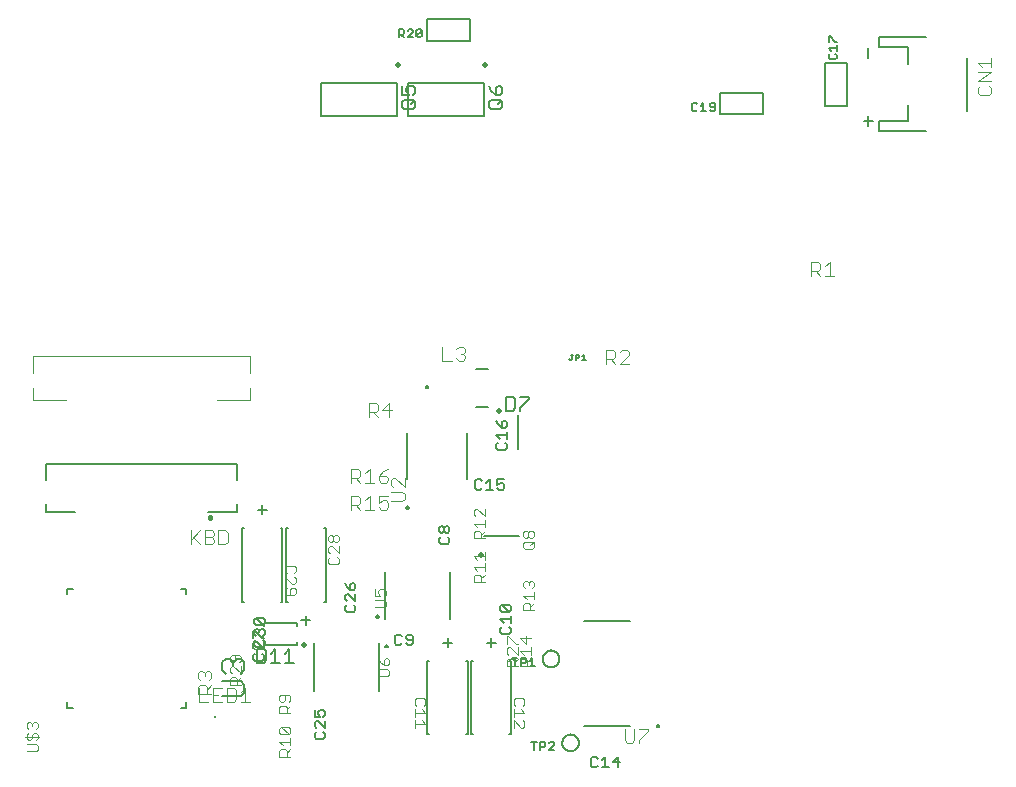
<source format=gbr>
G04 EAGLE Gerber RS-274X export*
G75*
%MOMM*%
%FSLAX34Y34*%
%LPD*%
%INSilkscreen Top*%
%IPPOS*%
%AMOC8*
5,1,8,0,0,1.08239X$1,22.5*%
G01*
%ADD10C,0.101600*%
%ADD11C,0.127000*%
%ADD12C,0.300000*%
%ADD13C,0.000000*%
%ADD14C,0.152400*%
%ADD15C,0.203200*%
%ADD16R,0.200000X0.200000*%
%ADD17C,0.200000*%
%ADD18C,0.076200*%
%ADD19C,0.500000*%
%ADD20C,0.177800*%


D10*
X725678Y415798D02*
X725678Y427492D01*
X731525Y427492D01*
X733474Y425543D01*
X733474Y421645D01*
X731525Y419696D01*
X725678Y419696D01*
X729576Y419696D02*
X733474Y415798D01*
X737372Y423594D02*
X741270Y427492D01*
X741270Y415798D01*
X737372Y415798D02*
X745168Y415798D01*
X551942Y352816D02*
X551942Y341122D01*
X551942Y352816D02*
X557789Y352816D01*
X559738Y350867D01*
X559738Y346969D01*
X557789Y345020D01*
X551942Y345020D01*
X555840Y345020D02*
X559738Y341122D01*
X563636Y341122D02*
X571432Y341122D01*
X563636Y341122D02*
X571432Y348918D01*
X571432Y350867D01*
X569483Y352816D01*
X565585Y352816D01*
X563636Y350867D01*
D11*
X239750Y215860D02*
X214750Y215860D01*
X239750Y215860D02*
X239750Y222860D01*
X102750Y215860D02*
X77750Y215860D01*
X77750Y222860D01*
X77750Y242360D02*
X77750Y256360D01*
X239750Y256360D01*
X239750Y242360D01*
D12*
X216543Y210360D02*
X216545Y210413D01*
X216551Y210465D01*
X216561Y210517D01*
X216574Y210568D01*
X216592Y210618D01*
X216613Y210667D01*
X216638Y210714D01*
X216666Y210758D01*
X216697Y210801D01*
X216732Y210841D01*
X216769Y210878D01*
X216809Y210913D01*
X216852Y210944D01*
X216897Y210972D01*
X216943Y210997D01*
X216992Y211018D01*
X217042Y211036D01*
X217093Y211049D01*
X217145Y211059D01*
X217197Y211065D01*
X217250Y211067D01*
X217303Y211065D01*
X217355Y211059D01*
X217407Y211049D01*
X217458Y211036D01*
X217508Y211018D01*
X217557Y210997D01*
X217604Y210972D01*
X217648Y210944D01*
X217691Y210913D01*
X217731Y210878D01*
X217768Y210841D01*
X217803Y210801D01*
X217834Y210758D01*
X217862Y210713D01*
X217887Y210667D01*
X217908Y210618D01*
X217926Y210568D01*
X217939Y210517D01*
X217949Y210465D01*
X217955Y210413D01*
X217957Y210360D01*
X217955Y210307D01*
X217949Y210255D01*
X217939Y210203D01*
X217926Y210152D01*
X217908Y210102D01*
X217887Y210053D01*
X217862Y210006D01*
X217834Y209962D01*
X217803Y209919D01*
X217768Y209879D01*
X217731Y209842D01*
X217691Y209807D01*
X217648Y209776D01*
X217603Y209748D01*
X217557Y209723D01*
X217508Y209702D01*
X217458Y209684D01*
X217407Y209671D01*
X217355Y209661D01*
X217303Y209655D01*
X217250Y209653D01*
X217197Y209655D01*
X217145Y209661D01*
X217093Y209671D01*
X217042Y209684D01*
X216992Y209702D01*
X216943Y209723D01*
X216896Y209748D01*
X216852Y209776D01*
X216809Y209807D01*
X216769Y209842D01*
X216732Y209879D01*
X216697Y209919D01*
X216666Y209962D01*
X216638Y210007D01*
X216613Y210053D01*
X216592Y210102D01*
X216574Y210152D01*
X216561Y210203D01*
X216551Y210255D01*
X216545Y210307D01*
X216543Y210360D01*
D10*
X200447Y200140D02*
X200447Y188424D01*
X200447Y192329D02*
X208258Y200140D01*
X202400Y194282D02*
X208258Y188424D01*
X212162Y188424D02*
X212162Y200140D01*
X218020Y200140D01*
X219972Y198187D01*
X219972Y196235D01*
X218020Y194282D01*
X219972Y192329D01*
X219972Y190376D01*
X218020Y188424D01*
X212162Y188424D01*
X212162Y194282D02*
X218020Y194282D01*
X223876Y200140D02*
X223876Y188424D01*
X229734Y188424D01*
X231687Y190376D01*
X231687Y198187D01*
X229734Y200140D01*
X223876Y200140D01*
D13*
X222440Y310750D02*
X250190Y310750D01*
X250190Y320750D01*
X250190Y333750D02*
X250190Y347750D01*
X66690Y347750D01*
X66690Y333750D01*
X66690Y320750D02*
X66690Y310750D01*
X94440Y310750D01*
D14*
X95504Y54610D02*
X95504Y49784D01*
X95504Y150876D02*
X100330Y150876D01*
X196596Y150876D02*
X196596Y146050D01*
X196596Y54610D02*
X196596Y49784D01*
X196596Y150876D02*
X191770Y150876D01*
X95504Y150876D02*
X95504Y146050D01*
X95504Y49784D02*
X100330Y49784D01*
X191770Y49784D02*
X196596Y49784D01*
D15*
X227070Y59685D02*
X242749Y59685D01*
X245885Y62821D01*
X245885Y69092D01*
X242749Y72228D01*
X227070Y72228D01*
X230206Y78865D02*
X227070Y82001D01*
X227070Y88273D01*
X230206Y91408D01*
X233342Y91408D01*
X236478Y88273D01*
X236478Y85137D01*
X236478Y88273D02*
X239613Y91408D01*
X242749Y91408D01*
X245885Y88273D01*
X245885Y82001D01*
X242749Y78865D01*
D16*
X220710Y41910D03*
D10*
X207518Y55118D02*
X207518Y66812D01*
X207518Y55118D02*
X215314Y55118D01*
X219212Y66812D02*
X227008Y66812D01*
X219212Y66812D02*
X219212Y55118D01*
X227008Y55118D01*
X223110Y60965D02*
X219212Y60965D01*
X230906Y66812D02*
X230906Y55118D01*
X236753Y55118D01*
X238702Y57067D01*
X238702Y64863D01*
X236753Y66812D01*
X230906Y66812D01*
X242600Y62914D02*
X246498Y66812D01*
X246498Y55118D01*
X242600Y55118D02*
X250396Y55118D01*
X217932Y61468D02*
X206238Y61468D01*
X206238Y67315D01*
X208187Y69264D01*
X212085Y69264D01*
X214034Y67315D01*
X214034Y61468D01*
X214034Y65366D02*
X217932Y69264D01*
X208187Y73162D02*
X206238Y75111D01*
X206238Y79009D01*
X208187Y80958D01*
X210136Y80958D01*
X212085Y79009D01*
X212085Y77060D01*
X212085Y79009D02*
X214034Y80958D01*
X215983Y80958D01*
X217932Y79009D01*
X217932Y75111D01*
X215983Y73162D01*
D17*
X382890Y219340D02*
X382892Y219403D01*
X382898Y219465D01*
X382908Y219527D01*
X382921Y219589D01*
X382939Y219649D01*
X382960Y219708D01*
X382985Y219766D01*
X383014Y219822D01*
X383046Y219876D01*
X383081Y219928D01*
X383119Y219977D01*
X383161Y220025D01*
X383205Y220069D01*
X383253Y220111D01*
X383302Y220149D01*
X383354Y220184D01*
X383408Y220216D01*
X383464Y220245D01*
X383522Y220270D01*
X383581Y220291D01*
X383641Y220309D01*
X383703Y220322D01*
X383765Y220332D01*
X383827Y220338D01*
X383890Y220340D01*
X383953Y220338D01*
X384015Y220332D01*
X384077Y220322D01*
X384139Y220309D01*
X384199Y220291D01*
X384258Y220270D01*
X384316Y220245D01*
X384372Y220216D01*
X384426Y220184D01*
X384478Y220149D01*
X384527Y220111D01*
X384575Y220069D01*
X384619Y220025D01*
X384661Y219977D01*
X384699Y219928D01*
X384734Y219876D01*
X384766Y219822D01*
X384795Y219766D01*
X384820Y219708D01*
X384841Y219649D01*
X384859Y219589D01*
X384872Y219527D01*
X384882Y219465D01*
X384888Y219403D01*
X384890Y219340D01*
X384888Y219277D01*
X384882Y219215D01*
X384872Y219153D01*
X384859Y219091D01*
X384841Y219031D01*
X384820Y218972D01*
X384795Y218914D01*
X384766Y218858D01*
X384734Y218804D01*
X384699Y218752D01*
X384661Y218703D01*
X384619Y218655D01*
X384575Y218611D01*
X384527Y218569D01*
X384478Y218531D01*
X384426Y218496D01*
X384372Y218464D01*
X384316Y218435D01*
X384258Y218410D01*
X384199Y218389D01*
X384139Y218371D01*
X384077Y218358D01*
X384015Y218348D01*
X383953Y218342D01*
X383890Y218340D01*
X383827Y218342D01*
X383765Y218348D01*
X383703Y218358D01*
X383641Y218371D01*
X383581Y218389D01*
X383522Y218410D01*
X383464Y218435D01*
X383408Y218464D01*
X383354Y218496D01*
X383302Y218531D01*
X383253Y218569D01*
X383205Y218611D01*
X383161Y218655D01*
X383119Y218703D01*
X383081Y218752D01*
X383046Y218804D01*
X383014Y218858D01*
X382985Y218914D01*
X382960Y218972D01*
X382939Y219031D01*
X382921Y219091D01*
X382908Y219153D01*
X382898Y219215D01*
X382892Y219277D01*
X382890Y219340D01*
D11*
X383690Y243390D02*
X383690Y282390D01*
X434190Y282390D02*
X434190Y243390D01*
D10*
X379463Y224898D02*
X369718Y224898D01*
X379463Y224898D02*
X381412Y226847D01*
X381412Y230745D01*
X379463Y232694D01*
X369718Y232694D01*
X381412Y236592D02*
X381412Y244388D01*
X381412Y236592D02*
X373616Y244388D01*
X371667Y244388D01*
X369718Y242439D01*
X369718Y238541D01*
X371667Y236592D01*
X351028Y296418D02*
X351028Y308112D01*
X356875Y308112D01*
X358824Y306163D01*
X358824Y302265D01*
X356875Y300316D01*
X351028Y300316D01*
X354926Y300316D02*
X358824Y296418D01*
X368569Y296418D02*
X368569Y308112D01*
X362722Y302265D01*
X370518Y302265D01*
D17*
X595000Y34640D02*
X595002Y34703D01*
X595008Y34765D01*
X595018Y34827D01*
X595031Y34889D01*
X595049Y34949D01*
X595070Y35008D01*
X595095Y35066D01*
X595124Y35122D01*
X595156Y35176D01*
X595191Y35228D01*
X595229Y35277D01*
X595271Y35325D01*
X595315Y35369D01*
X595363Y35411D01*
X595412Y35449D01*
X595464Y35484D01*
X595518Y35516D01*
X595574Y35545D01*
X595632Y35570D01*
X595691Y35591D01*
X595751Y35609D01*
X595813Y35622D01*
X595875Y35632D01*
X595937Y35638D01*
X596000Y35640D01*
X596063Y35638D01*
X596125Y35632D01*
X596187Y35622D01*
X596249Y35609D01*
X596309Y35591D01*
X596368Y35570D01*
X596426Y35545D01*
X596482Y35516D01*
X596536Y35484D01*
X596588Y35449D01*
X596637Y35411D01*
X596685Y35369D01*
X596729Y35325D01*
X596771Y35277D01*
X596809Y35228D01*
X596844Y35176D01*
X596876Y35122D01*
X596905Y35066D01*
X596930Y35008D01*
X596951Y34949D01*
X596969Y34889D01*
X596982Y34827D01*
X596992Y34765D01*
X596998Y34703D01*
X597000Y34640D01*
X596998Y34577D01*
X596992Y34515D01*
X596982Y34453D01*
X596969Y34391D01*
X596951Y34331D01*
X596930Y34272D01*
X596905Y34214D01*
X596876Y34158D01*
X596844Y34104D01*
X596809Y34052D01*
X596771Y34003D01*
X596729Y33955D01*
X596685Y33911D01*
X596637Y33869D01*
X596588Y33831D01*
X596536Y33796D01*
X596482Y33764D01*
X596426Y33735D01*
X596368Y33710D01*
X596309Y33689D01*
X596249Y33671D01*
X596187Y33658D01*
X596125Y33648D01*
X596063Y33642D01*
X596000Y33640D01*
X595937Y33642D01*
X595875Y33648D01*
X595813Y33658D01*
X595751Y33671D01*
X595691Y33689D01*
X595632Y33710D01*
X595574Y33735D01*
X595518Y33764D01*
X595464Y33796D01*
X595412Y33831D01*
X595363Y33869D01*
X595315Y33911D01*
X595271Y33955D01*
X595229Y34003D01*
X595191Y34052D01*
X595156Y34104D01*
X595124Y34158D01*
X595095Y34214D01*
X595070Y34272D01*
X595049Y34331D01*
X595031Y34391D01*
X595018Y34453D01*
X595008Y34515D01*
X595002Y34577D01*
X595000Y34640D01*
D11*
X571950Y34440D02*
X532950Y34440D01*
X532950Y123040D02*
X571950Y123040D01*
D10*
X568070Y32172D02*
X568070Y22427D01*
X570019Y20478D01*
X573917Y20478D01*
X575866Y22427D01*
X575866Y32172D01*
X579764Y32172D02*
X587560Y32172D01*
X587560Y30223D01*
X579764Y22427D01*
X579764Y20478D01*
D15*
X498460Y91440D02*
X498462Y91612D01*
X498468Y91783D01*
X498479Y91955D01*
X498494Y92126D01*
X498513Y92297D01*
X498536Y92467D01*
X498563Y92637D01*
X498595Y92806D01*
X498630Y92974D01*
X498670Y93141D01*
X498714Y93307D01*
X498761Y93472D01*
X498813Y93636D01*
X498869Y93798D01*
X498929Y93959D01*
X498993Y94119D01*
X499061Y94277D01*
X499132Y94433D01*
X499207Y94587D01*
X499287Y94740D01*
X499369Y94890D01*
X499456Y95039D01*
X499546Y95185D01*
X499640Y95329D01*
X499737Y95471D01*
X499838Y95610D01*
X499942Y95747D01*
X500049Y95881D01*
X500160Y96012D01*
X500273Y96141D01*
X500390Y96267D01*
X500510Y96390D01*
X500633Y96510D01*
X500759Y96627D01*
X500888Y96740D01*
X501019Y96851D01*
X501153Y96958D01*
X501290Y97062D01*
X501429Y97163D01*
X501571Y97260D01*
X501715Y97354D01*
X501861Y97444D01*
X502010Y97531D01*
X502160Y97613D01*
X502313Y97693D01*
X502467Y97768D01*
X502623Y97839D01*
X502781Y97907D01*
X502941Y97971D01*
X503102Y98031D01*
X503264Y98087D01*
X503428Y98139D01*
X503593Y98186D01*
X503759Y98230D01*
X503926Y98270D01*
X504094Y98305D01*
X504263Y98337D01*
X504433Y98364D01*
X504603Y98387D01*
X504774Y98406D01*
X504945Y98421D01*
X505117Y98432D01*
X505288Y98438D01*
X505460Y98440D01*
X505632Y98438D01*
X505803Y98432D01*
X505975Y98421D01*
X506146Y98406D01*
X506317Y98387D01*
X506487Y98364D01*
X506657Y98337D01*
X506826Y98305D01*
X506994Y98270D01*
X507161Y98230D01*
X507327Y98186D01*
X507492Y98139D01*
X507656Y98087D01*
X507818Y98031D01*
X507979Y97971D01*
X508139Y97907D01*
X508297Y97839D01*
X508453Y97768D01*
X508607Y97693D01*
X508760Y97613D01*
X508910Y97531D01*
X509059Y97444D01*
X509205Y97354D01*
X509349Y97260D01*
X509491Y97163D01*
X509630Y97062D01*
X509767Y96958D01*
X509901Y96851D01*
X510032Y96740D01*
X510161Y96627D01*
X510287Y96510D01*
X510410Y96390D01*
X510530Y96267D01*
X510647Y96141D01*
X510760Y96012D01*
X510871Y95881D01*
X510978Y95747D01*
X511082Y95610D01*
X511183Y95471D01*
X511280Y95329D01*
X511374Y95185D01*
X511464Y95039D01*
X511551Y94890D01*
X511633Y94740D01*
X511713Y94587D01*
X511788Y94433D01*
X511859Y94277D01*
X511927Y94119D01*
X511991Y93959D01*
X512051Y93798D01*
X512107Y93636D01*
X512159Y93472D01*
X512206Y93307D01*
X512250Y93141D01*
X512290Y92974D01*
X512325Y92806D01*
X512357Y92637D01*
X512384Y92467D01*
X512407Y92297D01*
X512426Y92126D01*
X512441Y91955D01*
X512452Y91783D01*
X512458Y91612D01*
X512460Y91440D01*
X512458Y91268D01*
X512452Y91097D01*
X512441Y90925D01*
X512426Y90754D01*
X512407Y90583D01*
X512384Y90413D01*
X512357Y90243D01*
X512325Y90074D01*
X512290Y89906D01*
X512250Y89739D01*
X512206Y89573D01*
X512159Y89408D01*
X512107Y89244D01*
X512051Y89082D01*
X511991Y88921D01*
X511927Y88761D01*
X511859Y88603D01*
X511788Y88447D01*
X511713Y88293D01*
X511633Y88140D01*
X511551Y87990D01*
X511464Y87841D01*
X511374Y87695D01*
X511280Y87551D01*
X511183Y87409D01*
X511082Y87270D01*
X510978Y87133D01*
X510871Y86999D01*
X510760Y86868D01*
X510647Y86739D01*
X510530Y86613D01*
X510410Y86490D01*
X510287Y86370D01*
X510161Y86253D01*
X510032Y86140D01*
X509901Y86029D01*
X509767Y85922D01*
X509630Y85818D01*
X509491Y85717D01*
X509349Y85620D01*
X509205Y85526D01*
X509059Y85436D01*
X508910Y85349D01*
X508760Y85267D01*
X508607Y85187D01*
X508453Y85112D01*
X508297Y85041D01*
X508139Y84973D01*
X507979Y84909D01*
X507818Y84849D01*
X507656Y84793D01*
X507492Y84741D01*
X507327Y84694D01*
X507161Y84650D01*
X506994Y84610D01*
X506826Y84575D01*
X506657Y84543D01*
X506487Y84516D01*
X506317Y84493D01*
X506146Y84474D01*
X505975Y84459D01*
X505803Y84448D01*
X505632Y84442D01*
X505460Y84440D01*
X505288Y84442D01*
X505117Y84448D01*
X504945Y84459D01*
X504774Y84474D01*
X504603Y84493D01*
X504433Y84516D01*
X504263Y84543D01*
X504094Y84575D01*
X503926Y84610D01*
X503759Y84650D01*
X503593Y84694D01*
X503428Y84741D01*
X503264Y84793D01*
X503102Y84849D01*
X502941Y84909D01*
X502781Y84973D01*
X502623Y85041D01*
X502467Y85112D01*
X502313Y85187D01*
X502160Y85267D01*
X502010Y85349D01*
X501861Y85436D01*
X501715Y85526D01*
X501571Y85620D01*
X501429Y85717D01*
X501290Y85818D01*
X501153Y85922D01*
X501019Y86029D01*
X500888Y86140D01*
X500759Y86253D01*
X500633Y86370D01*
X500510Y86490D01*
X500390Y86613D01*
X500273Y86739D01*
X500160Y86868D01*
X500049Y86999D01*
X499942Y87133D01*
X499838Y87270D01*
X499737Y87409D01*
X499640Y87551D01*
X499546Y87695D01*
X499456Y87841D01*
X499369Y87990D01*
X499287Y88140D01*
X499207Y88293D01*
X499132Y88447D01*
X499061Y88603D01*
X498993Y88761D01*
X498929Y88921D01*
X498869Y89082D01*
X498813Y89244D01*
X498761Y89408D01*
X498714Y89573D01*
X498670Y89739D01*
X498630Y89906D01*
X498595Y90074D01*
X498563Y90243D01*
X498536Y90413D01*
X498513Y90583D01*
X498494Y90754D01*
X498479Y90925D01*
X498468Y91097D01*
X498462Y91268D01*
X498460Y91440D01*
D14*
X474543Y91954D02*
X474543Y85344D01*
X472340Y91954D02*
X476746Y91954D01*
X479824Y91954D02*
X479824Y85344D01*
X479824Y91954D02*
X483129Y91954D01*
X484230Y90852D01*
X484230Y88649D01*
X483129Y87547D01*
X479824Y87547D01*
X487308Y89750D02*
X489511Y91954D01*
X489511Y85344D01*
X487308Y85344D02*
X491714Y85344D01*
D15*
X514970Y20320D02*
X514972Y20492D01*
X514978Y20663D01*
X514989Y20835D01*
X515004Y21006D01*
X515023Y21177D01*
X515046Y21347D01*
X515073Y21517D01*
X515105Y21686D01*
X515140Y21854D01*
X515180Y22021D01*
X515224Y22187D01*
X515271Y22352D01*
X515323Y22516D01*
X515379Y22678D01*
X515439Y22839D01*
X515503Y22999D01*
X515571Y23157D01*
X515642Y23313D01*
X515717Y23467D01*
X515797Y23620D01*
X515879Y23770D01*
X515966Y23919D01*
X516056Y24065D01*
X516150Y24209D01*
X516247Y24351D01*
X516348Y24490D01*
X516452Y24627D01*
X516559Y24761D01*
X516670Y24892D01*
X516783Y25021D01*
X516900Y25147D01*
X517020Y25270D01*
X517143Y25390D01*
X517269Y25507D01*
X517398Y25620D01*
X517529Y25731D01*
X517663Y25838D01*
X517800Y25942D01*
X517939Y26043D01*
X518081Y26140D01*
X518225Y26234D01*
X518371Y26324D01*
X518520Y26411D01*
X518670Y26493D01*
X518823Y26573D01*
X518977Y26648D01*
X519133Y26719D01*
X519291Y26787D01*
X519451Y26851D01*
X519612Y26911D01*
X519774Y26967D01*
X519938Y27019D01*
X520103Y27066D01*
X520269Y27110D01*
X520436Y27150D01*
X520604Y27185D01*
X520773Y27217D01*
X520943Y27244D01*
X521113Y27267D01*
X521284Y27286D01*
X521455Y27301D01*
X521627Y27312D01*
X521798Y27318D01*
X521970Y27320D01*
X522142Y27318D01*
X522313Y27312D01*
X522485Y27301D01*
X522656Y27286D01*
X522827Y27267D01*
X522997Y27244D01*
X523167Y27217D01*
X523336Y27185D01*
X523504Y27150D01*
X523671Y27110D01*
X523837Y27066D01*
X524002Y27019D01*
X524166Y26967D01*
X524328Y26911D01*
X524489Y26851D01*
X524649Y26787D01*
X524807Y26719D01*
X524963Y26648D01*
X525117Y26573D01*
X525270Y26493D01*
X525420Y26411D01*
X525569Y26324D01*
X525715Y26234D01*
X525859Y26140D01*
X526001Y26043D01*
X526140Y25942D01*
X526277Y25838D01*
X526411Y25731D01*
X526542Y25620D01*
X526671Y25507D01*
X526797Y25390D01*
X526920Y25270D01*
X527040Y25147D01*
X527157Y25021D01*
X527270Y24892D01*
X527381Y24761D01*
X527488Y24627D01*
X527592Y24490D01*
X527693Y24351D01*
X527790Y24209D01*
X527884Y24065D01*
X527974Y23919D01*
X528061Y23770D01*
X528143Y23620D01*
X528223Y23467D01*
X528298Y23313D01*
X528369Y23157D01*
X528437Y22999D01*
X528501Y22839D01*
X528561Y22678D01*
X528617Y22516D01*
X528669Y22352D01*
X528716Y22187D01*
X528760Y22021D01*
X528800Y21854D01*
X528835Y21686D01*
X528867Y21517D01*
X528894Y21347D01*
X528917Y21177D01*
X528936Y21006D01*
X528951Y20835D01*
X528962Y20663D01*
X528968Y20492D01*
X528970Y20320D01*
X528968Y20148D01*
X528962Y19977D01*
X528951Y19805D01*
X528936Y19634D01*
X528917Y19463D01*
X528894Y19293D01*
X528867Y19123D01*
X528835Y18954D01*
X528800Y18786D01*
X528760Y18619D01*
X528716Y18453D01*
X528669Y18288D01*
X528617Y18124D01*
X528561Y17962D01*
X528501Y17801D01*
X528437Y17641D01*
X528369Y17483D01*
X528298Y17327D01*
X528223Y17173D01*
X528143Y17020D01*
X528061Y16870D01*
X527974Y16721D01*
X527884Y16575D01*
X527790Y16431D01*
X527693Y16289D01*
X527592Y16150D01*
X527488Y16013D01*
X527381Y15879D01*
X527270Y15748D01*
X527157Y15619D01*
X527040Y15493D01*
X526920Y15370D01*
X526797Y15250D01*
X526671Y15133D01*
X526542Y15020D01*
X526411Y14909D01*
X526277Y14802D01*
X526140Y14698D01*
X526001Y14597D01*
X525859Y14500D01*
X525715Y14406D01*
X525569Y14316D01*
X525420Y14229D01*
X525270Y14147D01*
X525117Y14067D01*
X524963Y13992D01*
X524807Y13921D01*
X524649Y13853D01*
X524489Y13789D01*
X524328Y13729D01*
X524166Y13673D01*
X524002Y13621D01*
X523837Y13574D01*
X523671Y13530D01*
X523504Y13490D01*
X523336Y13455D01*
X523167Y13423D01*
X522997Y13396D01*
X522827Y13373D01*
X522656Y13354D01*
X522485Y13339D01*
X522313Y13328D01*
X522142Y13322D01*
X521970Y13320D01*
X521798Y13322D01*
X521627Y13328D01*
X521455Y13339D01*
X521284Y13354D01*
X521113Y13373D01*
X520943Y13396D01*
X520773Y13423D01*
X520604Y13455D01*
X520436Y13490D01*
X520269Y13530D01*
X520103Y13574D01*
X519938Y13621D01*
X519774Y13673D01*
X519612Y13729D01*
X519451Y13789D01*
X519291Y13853D01*
X519133Y13921D01*
X518977Y13992D01*
X518823Y14067D01*
X518670Y14147D01*
X518520Y14229D01*
X518371Y14316D01*
X518225Y14406D01*
X518081Y14500D01*
X517939Y14597D01*
X517800Y14698D01*
X517663Y14802D01*
X517529Y14909D01*
X517398Y15020D01*
X517269Y15133D01*
X517143Y15250D01*
X517020Y15370D01*
X516900Y15493D01*
X516783Y15619D01*
X516670Y15748D01*
X516559Y15879D01*
X516452Y16013D01*
X516348Y16150D01*
X516247Y16289D01*
X516150Y16431D01*
X516056Y16575D01*
X515966Y16721D01*
X515879Y16870D01*
X515797Y17020D01*
X515717Y17173D01*
X515642Y17327D01*
X515571Y17483D01*
X515503Y17641D01*
X515439Y17801D01*
X515379Y17962D01*
X515323Y18124D01*
X515271Y18288D01*
X515224Y18453D01*
X515180Y18619D01*
X515140Y18786D01*
X515105Y18954D01*
X515073Y19123D01*
X515046Y19293D01*
X515023Y19463D01*
X515004Y19634D01*
X514989Y19805D01*
X514978Y19977D01*
X514972Y20148D01*
X514970Y20320D01*
D14*
X491053Y20834D02*
X491053Y14224D01*
X488850Y20834D02*
X493256Y20834D01*
X496334Y20834D02*
X496334Y14224D01*
X496334Y20834D02*
X499639Y20834D01*
X500740Y19732D01*
X500740Y17529D01*
X499639Y16427D01*
X496334Y16427D01*
X503818Y14224D02*
X508224Y14224D01*
X503818Y14224D02*
X508224Y18630D01*
X508224Y19732D01*
X507123Y20834D01*
X504919Y20834D01*
X503818Y19732D01*
D11*
X543438Y8263D02*
X544921Y6780D01*
X543438Y8263D02*
X540472Y8263D01*
X538989Y6780D01*
X538989Y848D01*
X540472Y-635D01*
X543438Y-635D01*
X544921Y848D01*
X548345Y5297D02*
X551310Y8263D01*
X551310Y-635D01*
X548345Y-635D02*
X554276Y-635D01*
X562149Y-635D02*
X562149Y8263D01*
X557700Y3814D01*
X563632Y3814D01*
D18*
X69171Y13018D02*
X61333Y13018D01*
X69171Y13018D02*
X70739Y14586D01*
X70739Y17721D01*
X69171Y19289D01*
X61333Y19289D01*
X69171Y22373D02*
X70739Y23941D01*
X70739Y27076D01*
X69171Y28644D01*
X67604Y28644D01*
X66036Y27076D01*
X66036Y23941D01*
X64468Y22373D01*
X62901Y22373D01*
X61333Y23941D01*
X61333Y27076D01*
X62901Y28644D01*
X59765Y25509D02*
X72307Y25509D01*
X62901Y31729D02*
X61333Y33296D01*
X61333Y36432D01*
X62901Y37999D01*
X64468Y37999D01*
X66036Y36432D01*
X66036Y34864D01*
X66036Y36432D02*
X67604Y37999D01*
X69171Y37999D01*
X70739Y36432D01*
X70739Y33296D01*
X69171Y31729D01*
D11*
X441790Y336675D02*
X452290Y336675D01*
X452290Y304675D02*
X441790Y304675D01*
D17*
X399422Y321675D02*
X399424Y321741D01*
X399430Y321807D01*
X399440Y321873D01*
X399453Y321938D01*
X399471Y322002D01*
X399492Y322064D01*
X399517Y322126D01*
X399545Y322186D01*
X399577Y322244D01*
X399613Y322300D01*
X399651Y322353D01*
X399693Y322405D01*
X399738Y322454D01*
X399785Y322500D01*
X399836Y322543D01*
X399888Y322583D01*
X399943Y322620D01*
X400000Y322654D01*
X400059Y322684D01*
X400120Y322711D01*
X400182Y322734D01*
X400245Y322753D01*
X400310Y322769D01*
X400375Y322781D01*
X400441Y322789D01*
X400507Y322793D01*
X400573Y322793D01*
X400639Y322789D01*
X400705Y322781D01*
X400770Y322769D01*
X400835Y322753D01*
X400898Y322734D01*
X400960Y322711D01*
X401021Y322684D01*
X401080Y322654D01*
X401137Y322620D01*
X401192Y322583D01*
X401244Y322543D01*
X401295Y322500D01*
X401342Y322454D01*
X401387Y322405D01*
X401429Y322353D01*
X401467Y322300D01*
X401503Y322244D01*
X401535Y322186D01*
X401563Y322126D01*
X401588Y322064D01*
X401609Y322002D01*
X401627Y321938D01*
X401640Y321873D01*
X401650Y321807D01*
X401656Y321741D01*
X401658Y321675D01*
X401656Y321609D01*
X401650Y321543D01*
X401640Y321477D01*
X401627Y321412D01*
X401609Y321348D01*
X401588Y321286D01*
X401563Y321224D01*
X401535Y321164D01*
X401503Y321106D01*
X401467Y321050D01*
X401429Y320997D01*
X401387Y320945D01*
X401342Y320896D01*
X401295Y320850D01*
X401244Y320807D01*
X401192Y320767D01*
X401137Y320730D01*
X401080Y320696D01*
X401021Y320666D01*
X400960Y320639D01*
X400898Y320616D01*
X400835Y320597D01*
X400770Y320581D01*
X400705Y320569D01*
X400639Y320561D01*
X400573Y320557D01*
X400507Y320557D01*
X400441Y320561D01*
X400375Y320569D01*
X400310Y320581D01*
X400245Y320597D01*
X400182Y320616D01*
X400120Y320639D01*
X400059Y320666D01*
X400000Y320696D01*
X399943Y320730D01*
X399888Y320767D01*
X399836Y320807D01*
X399785Y320850D01*
X399738Y320896D01*
X399693Y320945D01*
X399651Y320997D01*
X399613Y321050D01*
X399577Y321106D01*
X399545Y321164D01*
X399517Y321224D01*
X399492Y321286D01*
X399471Y321348D01*
X399453Y321412D01*
X399440Y321477D01*
X399430Y321543D01*
X399424Y321609D01*
X399422Y321675D01*
D10*
X413483Y343726D02*
X413483Y355444D01*
X413483Y343726D02*
X421295Y343726D01*
X425199Y353491D02*
X427152Y355444D01*
X431059Y355444D01*
X433012Y353491D01*
X433012Y351538D01*
X431059Y349585D01*
X429106Y349585D01*
X431059Y349585D02*
X433012Y347632D01*
X433012Y345679D01*
X431059Y343726D01*
X427152Y343726D01*
X425199Y345679D01*
D11*
X477520Y297710D02*
X477520Y268710D01*
D19*
X461520Y301000D03*
D11*
X467195Y301520D02*
X467195Y312960D01*
X467195Y301520D02*
X472915Y301520D01*
X474822Y303427D01*
X474822Y311053D01*
X472915Y312960D01*
X467195Y312960D01*
X478889Y312960D02*
X486515Y312960D01*
X486515Y311053D01*
X478889Y303427D01*
X478889Y301520D01*
X445648Y243213D02*
X447131Y241730D01*
X445648Y243213D02*
X442682Y243213D01*
X441199Y241730D01*
X441199Y235798D01*
X442682Y234315D01*
X445648Y234315D01*
X447131Y235798D01*
X450555Y240247D02*
X453520Y243213D01*
X453520Y234315D01*
X450555Y234315D02*
X456486Y234315D01*
X459910Y243213D02*
X465842Y243213D01*
X459910Y243213D02*
X459910Y238764D01*
X462876Y240247D01*
X464359Y240247D01*
X465842Y238764D01*
X465842Y235798D01*
X464359Y234315D01*
X461393Y234315D01*
X459910Y235798D01*
X459097Y272928D02*
X460580Y274411D01*
X459097Y272928D02*
X459097Y269962D01*
X460580Y268479D01*
X466512Y268479D01*
X467995Y269962D01*
X467995Y272928D01*
X466512Y274411D01*
X462063Y277835D02*
X459097Y280800D01*
X467995Y280800D01*
X467995Y277835D02*
X467995Y283766D01*
X460580Y290156D02*
X459097Y293122D01*
X460580Y290156D02*
X463546Y287190D01*
X466512Y287190D01*
X467995Y288673D01*
X467995Y291639D01*
X466512Y293122D01*
X465029Y293122D01*
X463546Y291639D01*
X463546Y287190D01*
D10*
X336266Y229372D02*
X336266Y217678D01*
X336266Y229372D02*
X342113Y229372D01*
X344062Y227423D01*
X344062Y223525D01*
X342113Y221576D01*
X336266Y221576D01*
X340164Y221576D02*
X344062Y217678D01*
X347960Y225474D02*
X351858Y229372D01*
X351858Y217678D01*
X347960Y217678D02*
X355756Y217678D01*
X359654Y229372D02*
X367450Y229372D01*
X359654Y229372D02*
X359654Y223525D01*
X363552Y225474D01*
X365501Y225474D01*
X367450Y223525D01*
X367450Y219627D01*
X365501Y217678D01*
X361603Y217678D01*
X359654Y219627D01*
X336266Y240538D02*
X336266Y252232D01*
X342113Y252232D01*
X344062Y250283D01*
X344062Y246385D01*
X342113Y244436D01*
X336266Y244436D01*
X340164Y244436D02*
X344062Y240538D01*
X347960Y248334D02*
X351858Y252232D01*
X351858Y240538D01*
X347960Y240538D02*
X355756Y240538D01*
X363552Y250283D02*
X367450Y252232D01*
X363552Y250283D02*
X359654Y246385D01*
X359654Y242487D01*
X361603Y240538D01*
X365501Y240538D01*
X367450Y242487D01*
X367450Y244436D01*
X365501Y246385D01*
X359654Y246385D01*
D15*
X737760Y595850D02*
X755760Y595850D01*
X755760Y559850D01*
X737760Y559850D01*
X737760Y595850D01*
D14*
X740658Y602237D02*
X741760Y603338D01*
X740658Y602237D02*
X740658Y600034D01*
X741760Y598932D01*
X746166Y598932D01*
X747268Y600034D01*
X747268Y602237D01*
X746166Y603338D01*
X742862Y606416D02*
X740658Y608619D01*
X747268Y608619D01*
X747268Y606416D02*
X747268Y610823D01*
X740658Y613900D02*
X740658Y618307D01*
X741760Y618307D01*
X746166Y613900D01*
X747268Y613900D01*
D15*
X648750Y570340D02*
X648750Y552340D01*
X648750Y570340D02*
X684750Y570340D01*
X684750Y552340D01*
X648750Y552340D01*
D14*
X629146Y560752D02*
X628044Y561854D01*
X625841Y561854D01*
X624740Y560752D01*
X624740Y556346D01*
X625841Y555244D01*
X628044Y555244D01*
X629146Y556346D01*
X632224Y559650D02*
X634427Y561854D01*
X634427Y555244D01*
X632224Y555244D02*
X636630Y555244D01*
X639708Y556346D02*
X640809Y555244D01*
X643013Y555244D01*
X644114Y556346D01*
X644114Y560752D01*
X643013Y561854D01*
X640809Y561854D01*
X639708Y560752D01*
X639708Y559650D01*
X640809Y558549D01*
X644114Y558549D01*
D11*
X858040Y555350D02*
X858040Y600350D01*
X823040Y537850D02*
X783040Y537850D01*
X783040Y546350D01*
X808040Y546350D01*
X808040Y560350D01*
X808040Y595350D02*
X808040Y609350D01*
X783040Y609350D01*
X783040Y617850D01*
X823040Y617850D01*
D20*
X774187Y551086D02*
X774187Y542782D01*
X778339Y546934D02*
X770034Y546934D01*
X774187Y599932D02*
X774187Y608236D01*
D10*
X866638Y574523D02*
X868587Y576472D01*
X866638Y574523D02*
X866638Y570625D01*
X868587Y568676D01*
X876383Y568676D01*
X878332Y570625D01*
X878332Y574523D01*
X876383Y576472D01*
X878332Y580370D02*
X866638Y580370D01*
X878332Y588166D01*
X866638Y588166D01*
X870536Y592064D02*
X866638Y595962D01*
X878332Y595962D01*
X878332Y592064D02*
X878332Y599860D01*
D11*
X375400Y579150D02*
X310400Y579150D01*
X375400Y579150D02*
X375400Y551150D01*
X310400Y551150D01*
X310400Y579150D01*
D19*
X375690Y594150D03*
D11*
X381107Y557032D02*
X388733Y557032D01*
X381107Y557032D02*
X379200Y558939D01*
X379200Y562752D01*
X381107Y564659D01*
X388733Y564659D01*
X390640Y562752D01*
X390640Y558939D01*
X388733Y557032D01*
X386827Y560845D02*
X390640Y564659D01*
X379200Y568726D02*
X379200Y576353D01*
X379200Y568726D02*
X384920Y568726D01*
X383014Y572539D01*
X383014Y574446D01*
X384920Y576353D01*
X388733Y576353D01*
X390640Y574446D01*
X390640Y570633D01*
X388733Y568726D01*
X384060Y579150D02*
X449060Y579150D01*
X449060Y551150D01*
X384060Y551150D01*
X384060Y579150D01*
D19*
X449350Y594150D03*
D11*
X454767Y557032D02*
X462393Y557032D01*
X454767Y557032D02*
X452860Y558939D01*
X452860Y562752D01*
X454767Y564659D01*
X462393Y564659D01*
X464300Y562752D01*
X464300Y558939D01*
X462393Y557032D01*
X460487Y560845D02*
X464300Y564659D01*
X454767Y572539D02*
X452860Y576353D01*
X454767Y572539D02*
X458580Y568726D01*
X462393Y568726D01*
X464300Y570633D01*
X464300Y574446D01*
X462393Y576353D01*
X460487Y576353D01*
X458580Y574446D01*
X458580Y568726D01*
D15*
X400440Y614720D02*
X400440Y632720D01*
X436440Y632720D01*
X436440Y614720D01*
X400440Y614720D01*
D14*
X376430Y617624D02*
X376430Y624234D01*
X379734Y624234D01*
X380836Y623132D01*
X380836Y620929D01*
X379734Y619827D01*
X376430Y619827D01*
X378633Y619827D02*
X380836Y617624D01*
X383914Y617624D02*
X388320Y617624D01*
X383914Y617624D02*
X388320Y622030D01*
X388320Y623132D01*
X387219Y624234D01*
X385015Y624234D01*
X383914Y623132D01*
X391398Y623132D02*
X391398Y618726D01*
X391398Y623132D02*
X392499Y624234D01*
X394703Y624234D01*
X395804Y623132D01*
X395804Y618726D01*
X394703Y617624D01*
X392499Y617624D01*
X391398Y618726D01*
X395804Y623132D01*
D11*
X520535Y344975D02*
X521340Y344170D01*
X522145Y344170D01*
X522950Y344975D01*
X522950Y349000D01*
X522145Y349000D02*
X523755Y349000D01*
X526148Y349000D02*
X526148Y344170D01*
X526148Y349000D02*
X528564Y349000D01*
X529369Y348195D01*
X529369Y346585D01*
X528564Y345780D01*
X526148Y345780D01*
X531762Y347390D02*
X533372Y349000D01*
X533372Y344170D01*
X531762Y344170D02*
X534982Y344170D01*
D17*
X365105Y102030D02*
X365107Y102093D01*
X365113Y102155D01*
X365123Y102217D01*
X365136Y102279D01*
X365154Y102339D01*
X365175Y102398D01*
X365200Y102456D01*
X365229Y102512D01*
X365261Y102566D01*
X365296Y102618D01*
X365334Y102667D01*
X365376Y102715D01*
X365420Y102759D01*
X365468Y102801D01*
X365517Y102839D01*
X365569Y102874D01*
X365623Y102906D01*
X365679Y102935D01*
X365737Y102960D01*
X365796Y102981D01*
X365856Y102999D01*
X365918Y103012D01*
X365980Y103022D01*
X366042Y103028D01*
X366105Y103030D01*
X366168Y103028D01*
X366230Y103022D01*
X366292Y103012D01*
X366354Y102999D01*
X366414Y102981D01*
X366473Y102960D01*
X366531Y102935D01*
X366587Y102906D01*
X366641Y102874D01*
X366693Y102839D01*
X366742Y102801D01*
X366790Y102759D01*
X366834Y102715D01*
X366876Y102667D01*
X366914Y102618D01*
X366949Y102566D01*
X366981Y102512D01*
X367010Y102456D01*
X367035Y102398D01*
X367056Y102339D01*
X367074Y102279D01*
X367087Y102217D01*
X367097Y102155D01*
X367103Y102093D01*
X367105Y102030D01*
X367103Y101967D01*
X367097Y101905D01*
X367087Y101843D01*
X367074Y101781D01*
X367056Y101721D01*
X367035Y101662D01*
X367010Y101604D01*
X366981Y101548D01*
X366949Y101494D01*
X366914Y101442D01*
X366876Y101393D01*
X366834Y101345D01*
X366790Y101301D01*
X366742Y101259D01*
X366693Y101221D01*
X366641Y101186D01*
X366587Y101154D01*
X366531Y101125D01*
X366473Y101100D01*
X366414Y101079D01*
X366354Y101061D01*
X366292Y101048D01*
X366230Y101038D01*
X366168Y101032D01*
X366105Y101030D01*
X366042Y101032D01*
X365980Y101038D01*
X365918Y101048D01*
X365856Y101061D01*
X365796Y101079D01*
X365737Y101100D01*
X365679Y101125D01*
X365623Y101154D01*
X365569Y101186D01*
X365517Y101221D01*
X365468Y101259D01*
X365420Y101301D01*
X365376Y101345D01*
X365334Y101393D01*
X365296Y101442D01*
X365261Y101494D01*
X365229Y101548D01*
X365200Y101604D01*
X365175Y101662D01*
X365154Y101721D01*
X365136Y101781D01*
X365123Y101843D01*
X365113Y101905D01*
X365107Y101967D01*
X365105Y102030D01*
D11*
X364955Y124830D02*
X364955Y164730D01*
X419905Y164730D02*
X419905Y124830D01*
D18*
X363846Y134861D02*
X356008Y134861D01*
X363846Y134861D02*
X365414Y136428D01*
X365414Y139564D01*
X363846Y141131D01*
X356008Y141131D01*
X356008Y144216D02*
X356008Y150487D01*
X356008Y144216D02*
X360711Y144216D01*
X359143Y147351D01*
X359143Y148919D01*
X360711Y150487D01*
X363846Y150487D01*
X365414Y148919D01*
X365414Y145783D01*
X363846Y144216D01*
D11*
X449050Y195580D02*
X478050Y195580D01*
D19*
X445760Y179580D03*
D10*
X483251Y184528D02*
X489352Y184528D01*
X483251Y184528D02*
X481725Y186053D01*
X481725Y189104D01*
X483251Y190629D01*
X489352Y190629D01*
X490877Y189104D01*
X490877Y186053D01*
X489352Y184528D01*
X487826Y187578D02*
X490877Y190629D01*
X483251Y193883D02*
X481725Y195408D01*
X481725Y198459D01*
X483251Y199984D01*
X484776Y199984D01*
X486301Y198459D01*
X487826Y199984D01*
X489352Y199984D01*
X490877Y198459D01*
X490877Y195408D01*
X489352Y193883D01*
X487826Y193883D01*
X486301Y195408D01*
X484776Y193883D01*
X483251Y193883D01*
X486301Y195408D02*
X486301Y198459D01*
D18*
X449199Y156465D02*
X439793Y156465D01*
X439793Y161168D01*
X441361Y162736D01*
X444496Y162736D01*
X446064Y161168D01*
X446064Y156465D01*
X446064Y159601D02*
X449199Y162736D01*
X442928Y165821D02*
X439793Y168956D01*
X449199Y168956D01*
X449199Y165821D02*
X449199Y172091D01*
X442928Y175176D02*
X439793Y178311D01*
X449199Y178311D01*
X449199Y175176D02*
X449199Y181447D01*
X449199Y193295D02*
X439793Y193295D01*
X439793Y197998D01*
X441361Y199566D01*
X444496Y199566D01*
X446064Y197998D01*
X446064Y193295D01*
X446064Y196431D02*
X449199Y199566D01*
X442928Y202651D02*
X439793Y205786D01*
X449199Y205786D01*
X449199Y202651D02*
X449199Y208921D01*
X449199Y212006D02*
X449199Y218277D01*
X449199Y212006D02*
X442928Y218277D01*
X441361Y218277D01*
X439793Y216709D01*
X439793Y213573D01*
X441361Y212006D01*
X481703Y132335D02*
X491109Y132335D01*
X481703Y132335D02*
X481703Y137038D01*
X483271Y138606D01*
X486406Y138606D01*
X487974Y137038D01*
X487974Y132335D01*
X487974Y135471D02*
X491109Y138606D01*
X484838Y141691D02*
X481703Y144826D01*
X491109Y144826D01*
X491109Y141691D02*
X491109Y147961D01*
X483271Y151046D02*
X481703Y152613D01*
X481703Y155749D01*
X483271Y157317D01*
X484838Y157317D01*
X486406Y155749D01*
X486406Y154181D01*
X486406Y155749D02*
X487974Y157317D01*
X489541Y157317D01*
X491109Y155749D01*
X491109Y152613D01*
X489541Y151046D01*
X488569Y85345D02*
X479163Y85345D01*
X479163Y90048D01*
X480731Y91616D01*
X483866Y91616D01*
X485434Y90048D01*
X485434Y85345D01*
X485434Y88481D02*
X488569Y91616D01*
X482298Y94701D02*
X479163Y97836D01*
X488569Y97836D01*
X488569Y94701D02*
X488569Y100971D01*
X488569Y108759D02*
X479163Y108759D01*
X483866Y104056D01*
X483866Y110327D01*
X477139Y85345D02*
X467733Y85345D01*
X467733Y90048D01*
X469301Y91616D01*
X472436Y91616D01*
X474004Y90048D01*
X474004Y85345D01*
X474004Y88481D02*
X477139Y91616D01*
X477139Y94701D02*
X477139Y100971D01*
X477139Y94701D02*
X470868Y100971D01*
X469301Y100971D01*
X467733Y99404D01*
X467733Y96268D01*
X469301Y94701D01*
X467733Y104056D02*
X467733Y110327D01*
X469301Y110327D01*
X475571Y104056D01*
X477139Y104056D01*
D11*
X410456Y192875D02*
X411939Y194358D01*
X410456Y192875D02*
X410456Y189910D01*
X411939Y188427D01*
X417871Y188427D01*
X419354Y189910D01*
X419354Y192875D01*
X417871Y194358D01*
X411939Y197782D02*
X410456Y199265D01*
X410456Y202231D01*
X411939Y203714D01*
X413422Y203714D01*
X414905Y202231D01*
X416388Y203714D01*
X417871Y203714D01*
X419354Y202231D01*
X419354Y199265D01*
X417871Y197782D01*
X416388Y197782D01*
X414905Y199265D01*
X413422Y197782D01*
X411939Y197782D01*
X414905Y199265D02*
X414905Y202231D01*
X377533Y111768D02*
X379016Y110285D01*
X377533Y111768D02*
X374568Y111768D01*
X373085Y110285D01*
X373085Y104353D01*
X374568Y102870D01*
X377533Y102870D01*
X379016Y104353D01*
X382440Y104353D02*
X383923Y102870D01*
X386889Y102870D01*
X388372Y104353D01*
X388372Y110285D01*
X386889Y111768D01*
X383923Y111768D01*
X382440Y110285D01*
X382440Y108802D01*
X383923Y107319D01*
X388372Y107319D01*
X462399Y116972D02*
X463882Y118455D01*
X462399Y116972D02*
X462399Y114006D01*
X463882Y112523D01*
X469814Y112523D01*
X471297Y114006D01*
X471297Y116972D01*
X469814Y118455D01*
X465365Y121879D02*
X462399Y124844D01*
X471297Y124844D01*
X471297Y121879D02*
X471297Y127810D01*
X469814Y131234D02*
X463882Y131234D01*
X462399Y132717D01*
X462399Y135683D01*
X463882Y137166D01*
X469814Y137166D01*
X471297Y135683D01*
X471297Y132717D01*
X469814Y131234D01*
X463882Y137166D01*
D14*
X434848Y27432D02*
X433324Y27432D01*
X402336Y89408D02*
X400812Y89408D01*
X417830Y101346D02*
X417830Y108966D01*
X421640Y105156D02*
X414020Y105156D01*
X400812Y89408D02*
X400812Y27432D01*
X402336Y27432D01*
X434848Y27432D02*
X434848Y89408D01*
X433324Y89408D01*
D10*
X399042Y53336D02*
X397517Y51811D01*
X399042Y53336D02*
X399042Y56387D01*
X397517Y57912D01*
X391415Y57912D01*
X389890Y56387D01*
X389890Y53336D01*
X391415Y51811D01*
X395991Y48557D02*
X399042Y45506D01*
X389890Y45506D01*
X389890Y42456D02*
X389890Y48557D01*
X395991Y39202D02*
X399042Y36151D01*
X389890Y36151D01*
X389890Y39202D02*
X389890Y33100D01*
D14*
X470154Y27432D02*
X471678Y27432D01*
X439166Y89408D02*
X437642Y89408D01*
X454660Y101346D02*
X454660Y108966D01*
X458470Y105156D02*
X450850Y105156D01*
X437642Y89408D02*
X437642Y27432D01*
X439166Y27432D01*
X471678Y27432D02*
X471678Y89408D01*
X470154Y89408D01*
D10*
X482862Y53336D02*
X481337Y51811D01*
X482862Y53336D02*
X482862Y56387D01*
X481337Y57912D01*
X475235Y57912D01*
X473710Y56387D01*
X473710Y53336D01*
X475235Y51811D01*
X479811Y48557D02*
X482862Y45506D01*
X473710Y45506D01*
X473710Y42456D02*
X473710Y48557D01*
X473710Y39202D02*
X473710Y33100D01*
X479811Y33100D02*
X473710Y39202D01*
X479811Y33100D02*
X481337Y33100D01*
X482862Y34626D01*
X482862Y37676D01*
X481337Y39202D01*
D17*
X357430Y127205D02*
X357432Y127268D01*
X357438Y127330D01*
X357448Y127392D01*
X357461Y127454D01*
X357479Y127514D01*
X357500Y127573D01*
X357525Y127631D01*
X357554Y127687D01*
X357586Y127741D01*
X357621Y127793D01*
X357659Y127842D01*
X357701Y127890D01*
X357745Y127934D01*
X357793Y127976D01*
X357842Y128014D01*
X357894Y128049D01*
X357948Y128081D01*
X358004Y128110D01*
X358062Y128135D01*
X358121Y128156D01*
X358181Y128174D01*
X358243Y128187D01*
X358305Y128197D01*
X358367Y128203D01*
X358430Y128205D01*
X358493Y128203D01*
X358555Y128197D01*
X358617Y128187D01*
X358679Y128174D01*
X358739Y128156D01*
X358798Y128135D01*
X358856Y128110D01*
X358912Y128081D01*
X358966Y128049D01*
X359018Y128014D01*
X359067Y127976D01*
X359115Y127934D01*
X359159Y127890D01*
X359201Y127842D01*
X359239Y127793D01*
X359274Y127741D01*
X359306Y127687D01*
X359335Y127631D01*
X359360Y127573D01*
X359381Y127514D01*
X359399Y127454D01*
X359412Y127392D01*
X359422Y127330D01*
X359428Y127268D01*
X359430Y127205D01*
X359428Y127142D01*
X359422Y127080D01*
X359412Y127018D01*
X359399Y126956D01*
X359381Y126896D01*
X359360Y126837D01*
X359335Y126779D01*
X359306Y126723D01*
X359274Y126669D01*
X359239Y126617D01*
X359201Y126568D01*
X359159Y126520D01*
X359115Y126476D01*
X359067Y126434D01*
X359018Y126396D01*
X358966Y126361D01*
X358912Y126329D01*
X358856Y126300D01*
X358798Y126275D01*
X358739Y126254D01*
X358679Y126236D01*
X358617Y126223D01*
X358555Y126213D01*
X358493Y126207D01*
X358430Y126205D01*
X358367Y126207D01*
X358305Y126213D01*
X358243Y126223D01*
X358181Y126236D01*
X358121Y126254D01*
X358062Y126275D01*
X358004Y126300D01*
X357948Y126329D01*
X357894Y126361D01*
X357842Y126396D01*
X357793Y126434D01*
X357745Y126476D01*
X357701Y126520D01*
X357659Y126568D01*
X357621Y126617D01*
X357586Y126669D01*
X357554Y126723D01*
X357525Y126779D01*
X357500Y126837D01*
X357479Y126896D01*
X357461Y126956D01*
X357448Y127018D01*
X357438Y127080D01*
X357432Y127142D01*
X357430Y127205D01*
D11*
X359580Y104405D02*
X359580Y64505D01*
X304630Y64505D02*
X304630Y104405D01*
D18*
X359113Y76426D02*
X366951Y76426D01*
X368519Y77994D01*
X368519Y81129D01*
X366951Y82697D01*
X359113Y82697D01*
X360681Y88917D02*
X359113Y92052D01*
X360681Y88917D02*
X363816Y85781D01*
X366951Y85781D01*
X368519Y87349D01*
X368519Y90484D01*
X366951Y92052D01*
X365384Y92052D01*
X363816Y90484D01*
X363816Y85781D01*
X284734Y45466D02*
X275328Y45466D01*
X275328Y50169D01*
X276896Y51737D01*
X280031Y51737D01*
X281599Y50169D01*
X281599Y45466D01*
X281599Y48601D02*
X284734Y51737D01*
X283166Y54821D02*
X284734Y56389D01*
X284734Y59524D01*
X283166Y61092D01*
X276896Y61092D01*
X275328Y59524D01*
X275328Y56389D01*
X276896Y54821D01*
X278463Y54821D01*
X280031Y56389D01*
X280031Y61092D01*
X284734Y8636D02*
X275328Y8636D01*
X275328Y13339D01*
X276896Y14907D01*
X280031Y14907D01*
X281599Y13339D01*
X281599Y8636D01*
X281599Y11771D02*
X284734Y14907D01*
X278463Y17991D02*
X275328Y21127D01*
X284734Y21127D01*
X284734Y24262D02*
X284734Y17991D01*
X283166Y27346D02*
X276896Y27346D01*
X275328Y28914D01*
X275328Y32049D01*
X276896Y33617D01*
X283166Y33617D01*
X284734Y32049D01*
X284734Y28914D01*
X283166Y27346D01*
X276896Y33617D01*
X242824Y69596D02*
X233418Y69596D01*
X233418Y74299D01*
X234986Y75867D01*
X238121Y75867D01*
X239689Y74299D01*
X239689Y69596D01*
X239689Y72731D02*
X242824Y75867D01*
X242824Y78951D02*
X242824Y85222D01*
X242824Y78951D02*
X236553Y85222D01*
X234986Y85222D01*
X233418Y83654D01*
X233418Y80519D01*
X234986Y78951D01*
X241256Y88306D02*
X242824Y89874D01*
X242824Y93009D01*
X241256Y94577D01*
X234986Y94577D01*
X233418Y93009D01*
X233418Y89874D01*
X234986Y88306D01*
X236553Y88306D01*
X238121Y89874D01*
X238121Y94577D01*
D11*
X305173Y27817D02*
X306656Y29300D01*
X305173Y27817D02*
X305173Y24851D01*
X306656Y23368D01*
X312588Y23368D01*
X314071Y24851D01*
X314071Y27817D01*
X312588Y29300D01*
X314071Y32723D02*
X314071Y38655D01*
X314071Y32723D02*
X308139Y38655D01*
X306656Y38655D01*
X305173Y37172D01*
X305173Y34206D01*
X306656Y32723D01*
X305173Y42078D02*
X305173Y48010D01*
X305173Y42078D02*
X309622Y42078D01*
X308139Y45044D01*
X308139Y46527D01*
X309622Y48010D01*
X312588Y48010D01*
X314071Y46527D01*
X314071Y43561D01*
X312588Y42078D01*
X330827Y135259D02*
X332310Y136742D01*
X330827Y135259D02*
X330827Y132293D01*
X332310Y130810D01*
X338242Y130810D01*
X339725Y132293D01*
X339725Y135259D01*
X338242Y136742D01*
X339725Y140165D02*
X339725Y146097D01*
X339725Y140165D02*
X333793Y146097D01*
X332310Y146097D01*
X330827Y144614D01*
X330827Y141648D01*
X332310Y140165D01*
X332310Y152486D02*
X330827Y155452D01*
X332310Y152486D02*
X335276Y149520D01*
X338242Y149520D01*
X339725Y151003D01*
X339725Y153969D01*
X338242Y155452D01*
X336759Y155452D01*
X335276Y153969D01*
X335276Y149520D01*
X254713Y95848D02*
X253230Y94365D01*
X253230Y91399D01*
X254713Y89916D01*
X260645Y89916D01*
X262128Y91399D01*
X262128Y94365D01*
X260645Y95848D01*
X262128Y99271D02*
X262128Y105203D01*
X262128Y99271D02*
X256196Y105203D01*
X254713Y105203D01*
X253230Y103720D01*
X253230Y100754D01*
X254713Y99271D01*
X253230Y108626D02*
X253230Y114558D01*
X254713Y114558D01*
X260645Y108626D01*
X262128Y108626D01*
D14*
X280797Y201803D02*
X282321Y201803D01*
X313309Y139827D02*
X314833Y139827D01*
X297815Y127889D02*
X297815Y120269D01*
X294005Y124079D02*
X301625Y124079D01*
X314833Y139827D02*
X314833Y201803D01*
X313309Y201803D01*
X280797Y201803D02*
X280797Y139827D01*
X282321Y139827D01*
D10*
X316603Y175899D02*
X318129Y177424D01*
X316603Y175899D02*
X316603Y172848D01*
X318129Y171323D01*
X324230Y171323D01*
X325755Y172848D01*
X325755Y175899D01*
X324230Y177424D01*
X325755Y180678D02*
X325755Y186779D01*
X325755Y180678D02*
X319654Y186779D01*
X318129Y186779D01*
X316603Y185254D01*
X316603Y182203D01*
X318129Y180678D01*
X318129Y190033D02*
X316603Y191559D01*
X316603Y194609D01*
X318129Y196135D01*
X319654Y196135D01*
X321179Y194609D01*
X322704Y196135D01*
X324230Y196135D01*
X325755Y194609D01*
X325755Y191559D01*
X324230Y190033D01*
X322704Y190033D01*
X321179Y191559D01*
X319654Y190033D01*
X318129Y190033D01*
X321179Y191559D02*
X321179Y194609D01*
D14*
X278003Y139827D02*
X276479Y139827D01*
X245491Y201803D02*
X243967Y201803D01*
X260985Y213741D02*
X260985Y221361D01*
X264795Y217551D02*
X257175Y217551D01*
X243967Y201803D02*
X243967Y139827D01*
X245491Y139827D01*
X278003Y139827D02*
X278003Y201803D01*
X276479Y201803D01*
D10*
X289187Y165731D02*
X287662Y164206D01*
X289187Y165731D02*
X289187Y168782D01*
X287662Y170307D01*
X281560Y170307D01*
X280035Y168782D01*
X280035Y165731D01*
X281560Y164206D01*
X280035Y160952D02*
X280035Y154851D01*
X280035Y160952D02*
X286136Y154851D01*
X287662Y154851D01*
X289187Y156376D01*
X289187Y159427D01*
X287662Y160952D01*
X281560Y151597D02*
X280035Y150071D01*
X280035Y147021D01*
X281560Y145495D01*
X287662Y145495D01*
X289187Y147021D01*
X289187Y150071D01*
X287662Y151597D01*
X286136Y151597D01*
X284611Y150071D01*
X284611Y145495D01*
D11*
X290225Y103395D02*
X262225Y103395D01*
X262225Y121395D02*
X290225Y121395D01*
X290225Y105220D02*
X290225Y103395D01*
X262225Y103395D02*
X262225Y105220D01*
X290225Y119570D02*
X290225Y121395D01*
X262225Y121395D02*
X262225Y119570D01*
D19*
X296475Y103355D03*
D11*
X256413Y99595D02*
X256413Y88155D01*
X262133Y88155D01*
X264040Y90062D01*
X264040Y97688D01*
X262133Y99595D01*
X256413Y99595D01*
X268107Y95782D02*
X271920Y99595D01*
X271920Y88155D01*
X268107Y88155D02*
X275734Y88155D01*
X279801Y95782D02*
X283614Y99595D01*
X283614Y88155D01*
X279801Y88155D02*
X287427Y88155D01*
X255475Y107406D02*
X253992Y105923D01*
X253992Y102957D01*
X255475Y101474D01*
X261407Y101474D01*
X262890Y102957D01*
X262890Y105923D01*
X261407Y107406D01*
X255475Y110830D02*
X253992Y112313D01*
X253992Y115278D01*
X255475Y116761D01*
X256958Y116761D01*
X258441Y115278D01*
X258441Y113795D01*
X258441Y115278D02*
X259924Y116761D01*
X261407Y116761D01*
X262890Y115278D01*
X262890Y112313D01*
X261407Y110830D01*
X261407Y120185D02*
X255475Y120185D01*
X253992Y121668D01*
X253992Y124634D01*
X255475Y126117D01*
X261407Y126117D01*
X262890Y124634D01*
X262890Y121668D01*
X261407Y120185D01*
X255475Y126117D01*
M02*

</source>
